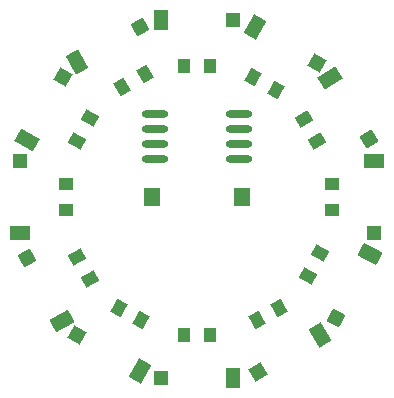
<source format=gtp>
G04 Layer: TopPasteMaskLayer*
G04 EasyEDA v6.5.42, 2024-04-15 10:04:03*
G04 35ccfcd0ecce4f4f936ce021b9bc61d8,ed70181f279245e6aff80281ee7dc86a,10*
G04 Gerber Generator version 0.2*
G04 Scale: 100 percent, Rotated: No, Reflected: No *
G04 Dimensions in millimeters *
G04 leading zeros omitted , absolute positions ,4 integer and 5 decimal *
%FSLAX45Y45*%
%MOMM*%

%AMMACRO1*21,1,$1,$2,0,0,$3*%
%ADD10R,1.4000X1.5000*%
%ADD11MACRO1,1.199X1.199X-119.9978*%
%ADD12MACRO1,1.2X1.7999X149.9889*%
%ADD13MACRO1,1.1989X1.1987X-148.0036*%
%ADD14MACRO1,1.2002X1.8X122.0015*%
%ADD15R,1.1989X1.1989*%
%ADD16R,1.8000X1.2000*%
%ADD17MACRO1,1.1988X1.1988X151.9961*%
%ADD18MACRO1,1.2001X1.8X62.0031*%
%ADD19MACRO1,1.1989X1.1989X120.9991*%
%ADD20MACRO1,1.2001X1.7999X30.9950*%
%ADD21R,1.2000X1.8000*%
%ADD22MACRO1,1.199X1.199X60.0022*%
%ADD23MACRO1,1.2002X1.8X-30.0051*%
%ADD24MACRO1,1.1989X1.1991X29.0086*%
%ADD25MACRO1,1.2001X1.7999X-60.9937*%
%ADD26MACRO1,1.199X1.199X-29.9978*%
%ADD27MACRO1,1.2001X1.8003X-119.9946*%
%ADD28MACRO1,1.1989X1.1991X-60.9914*%
%ADD29MACRO1,1.1999X1.7999X-151.0043*%
%ADD30O,2.2500082X0.6299962*%
%ADD31MACRO1,1.0001X1.2501X-148.9988*%
%ADD32MACRO1,1.0001X1.2498X-148.9988*%
%ADD33MACRO1,1X1.2498X150.9935*%
%ADD34MACRO1,1X1.25X150.9935*%
%ADD35MACRO1,1.0001X1.2498X121.0012*%
%ADD36MACRO1,0.9999X1.25X121.0087*%
%ADD37R,1.2500X1.0000*%
%ADD38MACRO1,0.9998X1.25X61.0062*%
%ADD39MACRO1,1X1.25X60.9935*%
%ADD40MACRO1,1X1.25X29.0065*%
%ADD41MACRO1,0.9998X1.25X28.9938*%
%ADD42R,1.0000X1.2500*%
%ADD43MACRO1,1.0001X1.2502X-28.9868*%
%ADD44MACRO1,1.0002X1.25X-28.9995*%
%ADD45MACRO1,1.0002X1.2498X-61.0005*%
%ADD46MACRO1,1.0002X1.25X-118.9995*%

%LPD*%
D10*
G01*
X3219958Y4169918D03*
G01*
X3979925Y4169918D03*
D11*
G01*
X4614138Y5307482D03*
D12*
G01*
X4085844Y5612485D03*
D13*
G01*
X5051628Y4661319D03*
D14*
G01*
X4728387Y5178628D03*
D15*
G01*
X5100065Y3864914D03*
D16*
G01*
X5100065Y4474921D03*
D17*
G01*
X4776787Y3150806D03*
D18*
G01*
X5063172Y3689413D03*
D19*
G01*
X4118546Y2692793D03*
D20*
G01*
X4641418Y3006966D03*
D15*
G01*
X3294938Y2640076D03*
D21*
G01*
X3904945Y2640076D03*
D22*
G01*
X2585745Y3002381D03*
D23*
G01*
X3114014Y2697378D03*
D24*
G01*
X2162009Y3656634D03*
D25*
G01*
X2457742Y3123120D03*
D15*
G01*
X2100072Y4474921D03*
D16*
G01*
X2100072Y3864914D03*
D26*
G01*
X2462377Y5184114D03*
D27*
G01*
X2157374Y4655845D03*
D28*
G01*
X3116630Y5607850D03*
D29*
G01*
X2583116Y5312105D03*
D15*
G01*
X3904995Y5669988D03*
D21*
G01*
X3294989Y5669988D03*
D30*
G01*
X3246932Y4870450D03*
G01*
X3246932Y4743450D03*
G01*
X3246932Y4616450D03*
G01*
X3246932Y4489450D03*
G01*
X3952951Y4870450D03*
G01*
X3952951Y4743450D03*
G01*
X3952951Y4616450D03*
G01*
X3952951Y4489450D03*
D31*
G01*
X3154311Y5216664D03*
D32*
G01*
X2965716Y5103342D03*
D33*
G01*
X4266209Y5076710D03*
D34*
G01*
X4073791Y5183365D03*
D35*
G01*
X4616551Y4645596D03*
D36*
G01*
X4503242Y4834191D03*
D37*
G01*
X4739995Y4059910D03*
G01*
X4739995Y4279925D03*
D38*
G01*
X4536795Y3503714D03*
D39*
G01*
X4643462Y3696144D03*
D40*
G01*
X4103763Y3126727D03*
D41*
G01*
X4296194Y3233394D03*
D42*
G01*
X3490010Y2999968D03*
G01*
X3710025Y2999968D03*
D43*
G01*
X2933826Y3233381D03*
D44*
G01*
X3126257Y3126727D03*
D45*
G01*
X2586570Y3666172D03*
G01*
X2693225Y3473742D03*
D37*
G01*
X2490038Y4279900D03*
G01*
X2490038Y4059885D03*
D46*
G01*
X2693327Y4836210D03*
G01*
X2586647Y4643780D03*
D42*
G01*
X3710025Y5279897D03*
G01*
X3490010Y5279897D03*
M02*

</source>
